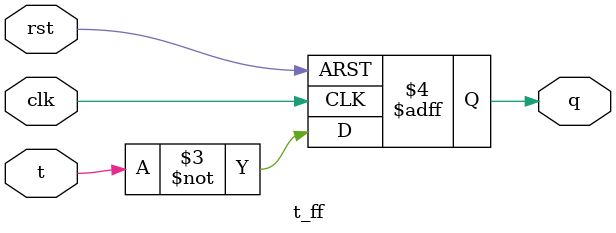
<source format=v>
`timescale 1ns / 1ps


module t_ff(
    input t,clk,rst,
    output reg q
    );
    
    always @(posedge clk or  negedge rst) 
        begin
            if (!rst)
            begin
                q <= 0; 
            end
            else       
            begin
                q <= ~t; 
            end
        end
    endmodule
    
    
    
    
    
    
    
 /*   always @(posedge clk)
    begin
    if(rst)
        q<=0;
    else
        begin
            if(t==0)
                q<=q;
            else
                q =~q;
            end
     end
endmodule */

</source>
